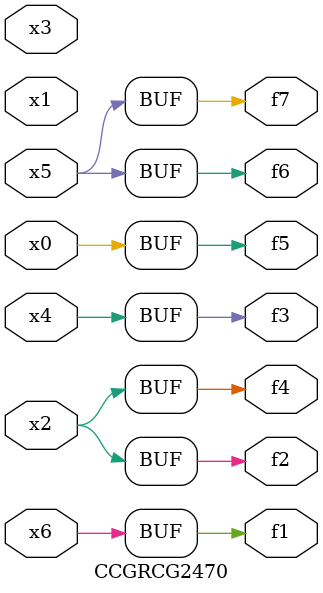
<source format=v>
module CCGRCG2470(
	input x0, x1, x2, x3, x4, x5, x6,
	output f1, f2, f3, f4, f5, f6, f7
);
	assign f1 = x6;
	assign f2 = x2;
	assign f3 = x4;
	assign f4 = x2;
	assign f5 = x0;
	assign f6 = x5;
	assign f7 = x5;
endmodule

</source>
